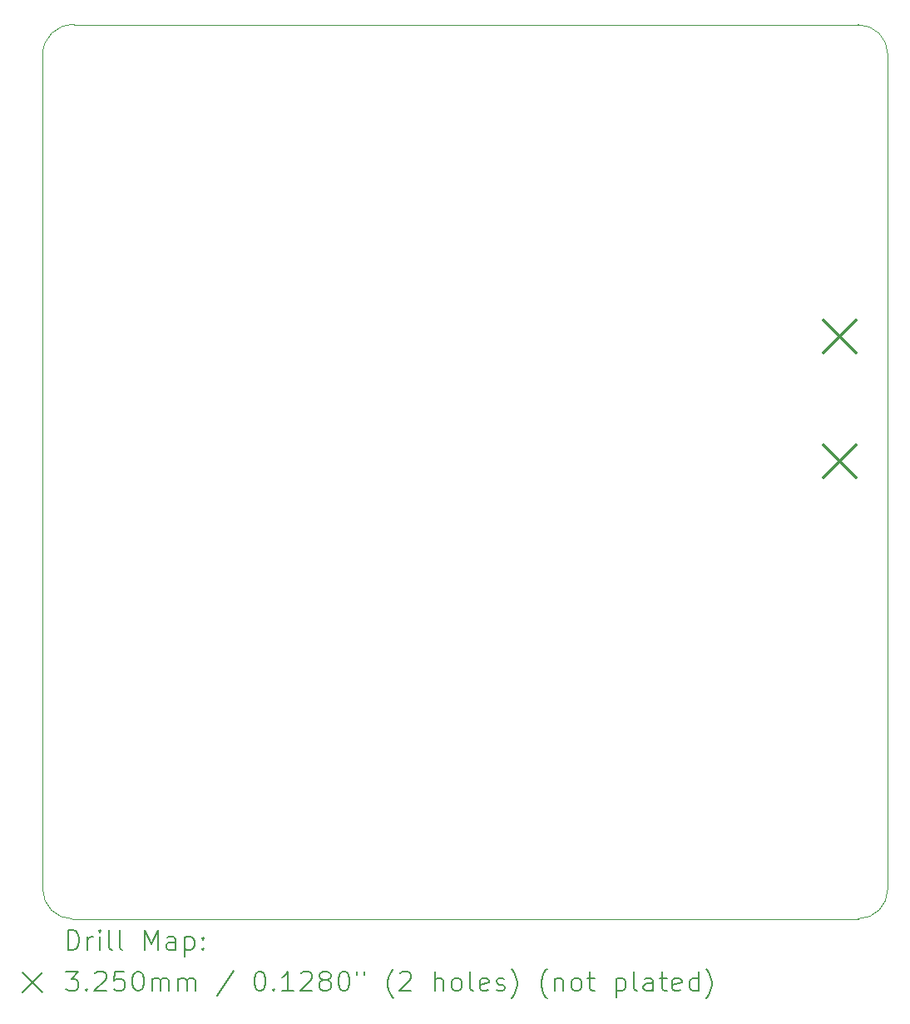
<source format=gbr>
%TF.GenerationSoftware,KiCad,Pcbnew,7.0.8*%
%TF.CreationDate,2023-11-27T13:49:09+01:00*%
%TF.ProjectId,ESP32-POE-Wiegand-Relay-REV-A,45535033-322d-4504-9f45-2d5769656761,rev?*%
%TF.SameCoordinates,Original*%
%TF.FileFunction,Drillmap*%
%TF.FilePolarity,Positive*%
%FSLAX45Y45*%
G04 Gerber Fmt 4.5, Leading zero omitted, Abs format (unit mm)*
G04 Created by KiCad (PCBNEW 7.0.8) date 2023-11-27 13:49:09*
%MOMM*%
%LPD*%
G01*
G04 APERTURE LIST*
%ADD10C,0.100000*%
%ADD11C,0.200000*%
%ADD12C,0.325000*%
G04 APERTURE END LIST*
D10*
X18220652Y-2100545D02*
X26200000Y-2100000D01*
X17900000Y-10900000D02*
X17900000Y-2410000D01*
X26200000Y-11200000D02*
X18200000Y-11200000D01*
X26500000Y-2400000D02*
X26500000Y-10900000D01*
X26500000Y-2400000D02*
G75*
G03*
X26200000Y-2100000I-300000J0D01*
G01*
X26200000Y-11200000D02*
G75*
G03*
X26500000Y-10900000I0J300000D01*
G01*
X17900000Y-10900000D02*
G75*
G03*
X18200000Y-11200000I300000J0D01*
G01*
X18220652Y-2100545D02*
G75*
G03*
X17900000Y-2410000I-20652J-299455D01*
G01*
D11*
D12*
X25847500Y-5111500D02*
X26172500Y-5436500D01*
X26172500Y-5111500D02*
X25847500Y-5436500D01*
X25847500Y-6381500D02*
X26172500Y-6706500D01*
X26172500Y-6381500D02*
X25847500Y-6706500D01*
D11*
X18155610Y-11516484D02*
X18155610Y-11316484D01*
X18155610Y-11316484D02*
X18203229Y-11316484D01*
X18203229Y-11316484D02*
X18231801Y-11326008D01*
X18231801Y-11326008D02*
X18250848Y-11345055D01*
X18250848Y-11345055D02*
X18260372Y-11364103D01*
X18260372Y-11364103D02*
X18269896Y-11402198D01*
X18269896Y-11402198D02*
X18269896Y-11430769D01*
X18269896Y-11430769D02*
X18260372Y-11468865D01*
X18260372Y-11468865D02*
X18250848Y-11487912D01*
X18250848Y-11487912D02*
X18231801Y-11506960D01*
X18231801Y-11506960D02*
X18203229Y-11516484D01*
X18203229Y-11516484D02*
X18155610Y-11516484D01*
X18355610Y-11516484D02*
X18355610Y-11383150D01*
X18355610Y-11421246D02*
X18365134Y-11402198D01*
X18365134Y-11402198D02*
X18374658Y-11392674D01*
X18374658Y-11392674D02*
X18393705Y-11383150D01*
X18393705Y-11383150D02*
X18412753Y-11383150D01*
X18479420Y-11516484D02*
X18479420Y-11383150D01*
X18479420Y-11316484D02*
X18469896Y-11326008D01*
X18469896Y-11326008D02*
X18479420Y-11335531D01*
X18479420Y-11335531D02*
X18488944Y-11326008D01*
X18488944Y-11326008D02*
X18479420Y-11316484D01*
X18479420Y-11316484D02*
X18479420Y-11335531D01*
X18603229Y-11516484D02*
X18584182Y-11506960D01*
X18584182Y-11506960D02*
X18574658Y-11487912D01*
X18574658Y-11487912D02*
X18574658Y-11316484D01*
X18707991Y-11516484D02*
X18688944Y-11506960D01*
X18688944Y-11506960D02*
X18679420Y-11487912D01*
X18679420Y-11487912D02*
X18679420Y-11316484D01*
X18936563Y-11516484D02*
X18936563Y-11316484D01*
X18936563Y-11316484D02*
X19003229Y-11459341D01*
X19003229Y-11459341D02*
X19069896Y-11316484D01*
X19069896Y-11316484D02*
X19069896Y-11516484D01*
X19250848Y-11516484D02*
X19250848Y-11411722D01*
X19250848Y-11411722D02*
X19241325Y-11392674D01*
X19241325Y-11392674D02*
X19222277Y-11383150D01*
X19222277Y-11383150D02*
X19184182Y-11383150D01*
X19184182Y-11383150D02*
X19165134Y-11392674D01*
X19250848Y-11506960D02*
X19231801Y-11516484D01*
X19231801Y-11516484D02*
X19184182Y-11516484D01*
X19184182Y-11516484D02*
X19165134Y-11506960D01*
X19165134Y-11506960D02*
X19155610Y-11487912D01*
X19155610Y-11487912D02*
X19155610Y-11468865D01*
X19155610Y-11468865D02*
X19165134Y-11449817D01*
X19165134Y-11449817D02*
X19184182Y-11440293D01*
X19184182Y-11440293D02*
X19231801Y-11440293D01*
X19231801Y-11440293D02*
X19250848Y-11430769D01*
X19346086Y-11383150D02*
X19346086Y-11583150D01*
X19346086Y-11392674D02*
X19365134Y-11383150D01*
X19365134Y-11383150D02*
X19403229Y-11383150D01*
X19403229Y-11383150D02*
X19422277Y-11392674D01*
X19422277Y-11392674D02*
X19431801Y-11402198D01*
X19431801Y-11402198D02*
X19441325Y-11421246D01*
X19441325Y-11421246D02*
X19441325Y-11478388D01*
X19441325Y-11478388D02*
X19431801Y-11497436D01*
X19431801Y-11497436D02*
X19422277Y-11506960D01*
X19422277Y-11506960D02*
X19403229Y-11516484D01*
X19403229Y-11516484D02*
X19365134Y-11516484D01*
X19365134Y-11516484D02*
X19346086Y-11506960D01*
X19527039Y-11497436D02*
X19536563Y-11506960D01*
X19536563Y-11506960D02*
X19527039Y-11516484D01*
X19527039Y-11516484D02*
X19517515Y-11506960D01*
X19517515Y-11506960D02*
X19527039Y-11497436D01*
X19527039Y-11497436D02*
X19527039Y-11516484D01*
X19527039Y-11392674D02*
X19536563Y-11402198D01*
X19536563Y-11402198D02*
X19527039Y-11411722D01*
X19527039Y-11411722D02*
X19517515Y-11402198D01*
X19517515Y-11402198D02*
X19527039Y-11392674D01*
X19527039Y-11392674D02*
X19527039Y-11411722D01*
X17694833Y-11745000D02*
X17894833Y-11945000D01*
X17894833Y-11745000D02*
X17694833Y-11945000D01*
X18136563Y-11736484D02*
X18260372Y-11736484D01*
X18260372Y-11736484D02*
X18193705Y-11812674D01*
X18193705Y-11812674D02*
X18222277Y-11812674D01*
X18222277Y-11812674D02*
X18241325Y-11822198D01*
X18241325Y-11822198D02*
X18250848Y-11831722D01*
X18250848Y-11831722D02*
X18260372Y-11850769D01*
X18260372Y-11850769D02*
X18260372Y-11898388D01*
X18260372Y-11898388D02*
X18250848Y-11917436D01*
X18250848Y-11917436D02*
X18241325Y-11926960D01*
X18241325Y-11926960D02*
X18222277Y-11936484D01*
X18222277Y-11936484D02*
X18165134Y-11936484D01*
X18165134Y-11936484D02*
X18146086Y-11926960D01*
X18146086Y-11926960D02*
X18136563Y-11917436D01*
X18346086Y-11917436D02*
X18355610Y-11926960D01*
X18355610Y-11926960D02*
X18346086Y-11936484D01*
X18346086Y-11936484D02*
X18336563Y-11926960D01*
X18336563Y-11926960D02*
X18346086Y-11917436D01*
X18346086Y-11917436D02*
X18346086Y-11936484D01*
X18431801Y-11755531D02*
X18441325Y-11746008D01*
X18441325Y-11746008D02*
X18460372Y-11736484D01*
X18460372Y-11736484D02*
X18507991Y-11736484D01*
X18507991Y-11736484D02*
X18527039Y-11746008D01*
X18527039Y-11746008D02*
X18536563Y-11755531D01*
X18536563Y-11755531D02*
X18546086Y-11774579D01*
X18546086Y-11774579D02*
X18546086Y-11793627D01*
X18546086Y-11793627D02*
X18536563Y-11822198D01*
X18536563Y-11822198D02*
X18422277Y-11936484D01*
X18422277Y-11936484D02*
X18546086Y-11936484D01*
X18727039Y-11736484D02*
X18631801Y-11736484D01*
X18631801Y-11736484D02*
X18622277Y-11831722D01*
X18622277Y-11831722D02*
X18631801Y-11822198D01*
X18631801Y-11822198D02*
X18650848Y-11812674D01*
X18650848Y-11812674D02*
X18698467Y-11812674D01*
X18698467Y-11812674D02*
X18717515Y-11822198D01*
X18717515Y-11822198D02*
X18727039Y-11831722D01*
X18727039Y-11831722D02*
X18736563Y-11850769D01*
X18736563Y-11850769D02*
X18736563Y-11898388D01*
X18736563Y-11898388D02*
X18727039Y-11917436D01*
X18727039Y-11917436D02*
X18717515Y-11926960D01*
X18717515Y-11926960D02*
X18698467Y-11936484D01*
X18698467Y-11936484D02*
X18650848Y-11936484D01*
X18650848Y-11936484D02*
X18631801Y-11926960D01*
X18631801Y-11926960D02*
X18622277Y-11917436D01*
X18860372Y-11736484D02*
X18879420Y-11736484D01*
X18879420Y-11736484D02*
X18898467Y-11746008D01*
X18898467Y-11746008D02*
X18907991Y-11755531D01*
X18907991Y-11755531D02*
X18917515Y-11774579D01*
X18917515Y-11774579D02*
X18927039Y-11812674D01*
X18927039Y-11812674D02*
X18927039Y-11860293D01*
X18927039Y-11860293D02*
X18917515Y-11898388D01*
X18917515Y-11898388D02*
X18907991Y-11917436D01*
X18907991Y-11917436D02*
X18898467Y-11926960D01*
X18898467Y-11926960D02*
X18879420Y-11936484D01*
X18879420Y-11936484D02*
X18860372Y-11936484D01*
X18860372Y-11936484D02*
X18841325Y-11926960D01*
X18841325Y-11926960D02*
X18831801Y-11917436D01*
X18831801Y-11917436D02*
X18822277Y-11898388D01*
X18822277Y-11898388D02*
X18812753Y-11860293D01*
X18812753Y-11860293D02*
X18812753Y-11812674D01*
X18812753Y-11812674D02*
X18822277Y-11774579D01*
X18822277Y-11774579D02*
X18831801Y-11755531D01*
X18831801Y-11755531D02*
X18841325Y-11746008D01*
X18841325Y-11746008D02*
X18860372Y-11736484D01*
X19012753Y-11936484D02*
X19012753Y-11803150D01*
X19012753Y-11822198D02*
X19022277Y-11812674D01*
X19022277Y-11812674D02*
X19041325Y-11803150D01*
X19041325Y-11803150D02*
X19069896Y-11803150D01*
X19069896Y-11803150D02*
X19088944Y-11812674D01*
X19088944Y-11812674D02*
X19098467Y-11831722D01*
X19098467Y-11831722D02*
X19098467Y-11936484D01*
X19098467Y-11831722D02*
X19107991Y-11812674D01*
X19107991Y-11812674D02*
X19127039Y-11803150D01*
X19127039Y-11803150D02*
X19155610Y-11803150D01*
X19155610Y-11803150D02*
X19174658Y-11812674D01*
X19174658Y-11812674D02*
X19184182Y-11831722D01*
X19184182Y-11831722D02*
X19184182Y-11936484D01*
X19279420Y-11936484D02*
X19279420Y-11803150D01*
X19279420Y-11822198D02*
X19288944Y-11812674D01*
X19288944Y-11812674D02*
X19307991Y-11803150D01*
X19307991Y-11803150D02*
X19336563Y-11803150D01*
X19336563Y-11803150D02*
X19355610Y-11812674D01*
X19355610Y-11812674D02*
X19365134Y-11831722D01*
X19365134Y-11831722D02*
X19365134Y-11936484D01*
X19365134Y-11831722D02*
X19374658Y-11812674D01*
X19374658Y-11812674D02*
X19393706Y-11803150D01*
X19393706Y-11803150D02*
X19422277Y-11803150D01*
X19422277Y-11803150D02*
X19441325Y-11812674D01*
X19441325Y-11812674D02*
X19450848Y-11831722D01*
X19450848Y-11831722D02*
X19450848Y-11936484D01*
X19841325Y-11726960D02*
X19669896Y-11984103D01*
X20098468Y-11736484D02*
X20117515Y-11736484D01*
X20117515Y-11736484D02*
X20136563Y-11746008D01*
X20136563Y-11746008D02*
X20146087Y-11755531D01*
X20146087Y-11755531D02*
X20155610Y-11774579D01*
X20155610Y-11774579D02*
X20165134Y-11812674D01*
X20165134Y-11812674D02*
X20165134Y-11860293D01*
X20165134Y-11860293D02*
X20155610Y-11898388D01*
X20155610Y-11898388D02*
X20146087Y-11917436D01*
X20146087Y-11917436D02*
X20136563Y-11926960D01*
X20136563Y-11926960D02*
X20117515Y-11936484D01*
X20117515Y-11936484D02*
X20098468Y-11936484D01*
X20098468Y-11936484D02*
X20079420Y-11926960D01*
X20079420Y-11926960D02*
X20069896Y-11917436D01*
X20069896Y-11917436D02*
X20060372Y-11898388D01*
X20060372Y-11898388D02*
X20050849Y-11860293D01*
X20050849Y-11860293D02*
X20050849Y-11812674D01*
X20050849Y-11812674D02*
X20060372Y-11774579D01*
X20060372Y-11774579D02*
X20069896Y-11755531D01*
X20069896Y-11755531D02*
X20079420Y-11746008D01*
X20079420Y-11746008D02*
X20098468Y-11736484D01*
X20250849Y-11917436D02*
X20260372Y-11926960D01*
X20260372Y-11926960D02*
X20250849Y-11936484D01*
X20250849Y-11936484D02*
X20241325Y-11926960D01*
X20241325Y-11926960D02*
X20250849Y-11917436D01*
X20250849Y-11917436D02*
X20250849Y-11936484D01*
X20450849Y-11936484D02*
X20336563Y-11936484D01*
X20393706Y-11936484D02*
X20393706Y-11736484D01*
X20393706Y-11736484D02*
X20374658Y-11765055D01*
X20374658Y-11765055D02*
X20355610Y-11784103D01*
X20355610Y-11784103D02*
X20336563Y-11793627D01*
X20527039Y-11755531D02*
X20536563Y-11746008D01*
X20536563Y-11746008D02*
X20555610Y-11736484D01*
X20555610Y-11736484D02*
X20603230Y-11736484D01*
X20603230Y-11736484D02*
X20622277Y-11746008D01*
X20622277Y-11746008D02*
X20631801Y-11755531D01*
X20631801Y-11755531D02*
X20641325Y-11774579D01*
X20641325Y-11774579D02*
X20641325Y-11793627D01*
X20641325Y-11793627D02*
X20631801Y-11822198D01*
X20631801Y-11822198D02*
X20517515Y-11936484D01*
X20517515Y-11936484D02*
X20641325Y-11936484D01*
X20755610Y-11822198D02*
X20736563Y-11812674D01*
X20736563Y-11812674D02*
X20727039Y-11803150D01*
X20727039Y-11803150D02*
X20717515Y-11784103D01*
X20717515Y-11784103D02*
X20717515Y-11774579D01*
X20717515Y-11774579D02*
X20727039Y-11755531D01*
X20727039Y-11755531D02*
X20736563Y-11746008D01*
X20736563Y-11746008D02*
X20755610Y-11736484D01*
X20755610Y-11736484D02*
X20793706Y-11736484D01*
X20793706Y-11736484D02*
X20812753Y-11746008D01*
X20812753Y-11746008D02*
X20822277Y-11755531D01*
X20822277Y-11755531D02*
X20831801Y-11774579D01*
X20831801Y-11774579D02*
X20831801Y-11784103D01*
X20831801Y-11784103D02*
X20822277Y-11803150D01*
X20822277Y-11803150D02*
X20812753Y-11812674D01*
X20812753Y-11812674D02*
X20793706Y-11822198D01*
X20793706Y-11822198D02*
X20755610Y-11822198D01*
X20755610Y-11822198D02*
X20736563Y-11831722D01*
X20736563Y-11831722D02*
X20727039Y-11841246D01*
X20727039Y-11841246D02*
X20717515Y-11860293D01*
X20717515Y-11860293D02*
X20717515Y-11898388D01*
X20717515Y-11898388D02*
X20727039Y-11917436D01*
X20727039Y-11917436D02*
X20736563Y-11926960D01*
X20736563Y-11926960D02*
X20755610Y-11936484D01*
X20755610Y-11936484D02*
X20793706Y-11936484D01*
X20793706Y-11936484D02*
X20812753Y-11926960D01*
X20812753Y-11926960D02*
X20822277Y-11917436D01*
X20822277Y-11917436D02*
X20831801Y-11898388D01*
X20831801Y-11898388D02*
X20831801Y-11860293D01*
X20831801Y-11860293D02*
X20822277Y-11841246D01*
X20822277Y-11841246D02*
X20812753Y-11831722D01*
X20812753Y-11831722D02*
X20793706Y-11822198D01*
X20955610Y-11736484D02*
X20974658Y-11736484D01*
X20974658Y-11736484D02*
X20993706Y-11746008D01*
X20993706Y-11746008D02*
X21003230Y-11755531D01*
X21003230Y-11755531D02*
X21012753Y-11774579D01*
X21012753Y-11774579D02*
X21022277Y-11812674D01*
X21022277Y-11812674D02*
X21022277Y-11860293D01*
X21022277Y-11860293D02*
X21012753Y-11898388D01*
X21012753Y-11898388D02*
X21003230Y-11917436D01*
X21003230Y-11917436D02*
X20993706Y-11926960D01*
X20993706Y-11926960D02*
X20974658Y-11936484D01*
X20974658Y-11936484D02*
X20955610Y-11936484D01*
X20955610Y-11936484D02*
X20936563Y-11926960D01*
X20936563Y-11926960D02*
X20927039Y-11917436D01*
X20927039Y-11917436D02*
X20917515Y-11898388D01*
X20917515Y-11898388D02*
X20907991Y-11860293D01*
X20907991Y-11860293D02*
X20907991Y-11812674D01*
X20907991Y-11812674D02*
X20917515Y-11774579D01*
X20917515Y-11774579D02*
X20927039Y-11755531D01*
X20927039Y-11755531D02*
X20936563Y-11746008D01*
X20936563Y-11746008D02*
X20955610Y-11736484D01*
X21098468Y-11736484D02*
X21098468Y-11774579D01*
X21174658Y-11736484D02*
X21174658Y-11774579D01*
X21469896Y-12012674D02*
X21460372Y-12003150D01*
X21460372Y-12003150D02*
X21441325Y-11974579D01*
X21441325Y-11974579D02*
X21431801Y-11955531D01*
X21431801Y-11955531D02*
X21422277Y-11926960D01*
X21422277Y-11926960D02*
X21412753Y-11879341D01*
X21412753Y-11879341D02*
X21412753Y-11841246D01*
X21412753Y-11841246D02*
X21422277Y-11793627D01*
X21422277Y-11793627D02*
X21431801Y-11765055D01*
X21431801Y-11765055D02*
X21441325Y-11746008D01*
X21441325Y-11746008D02*
X21460372Y-11717436D01*
X21460372Y-11717436D02*
X21469896Y-11707912D01*
X21536563Y-11755531D02*
X21546087Y-11746008D01*
X21546087Y-11746008D02*
X21565134Y-11736484D01*
X21565134Y-11736484D02*
X21612753Y-11736484D01*
X21612753Y-11736484D02*
X21631801Y-11746008D01*
X21631801Y-11746008D02*
X21641325Y-11755531D01*
X21641325Y-11755531D02*
X21650849Y-11774579D01*
X21650849Y-11774579D02*
X21650849Y-11793627D01*
X21650849Y-11793627D02*
X21641325Y-11822198D01*
X21641325Y-11822198D02*
X21527039Y-11936484D01*
X21527039Y-11936484D02*
X21650849Y-11936484D01*
X21888944Y-11936484D02*
X21888944Y-11736484D01*
X21974658Y-11936484D02*
X21974658Y-11831722D01*
X21974658Y-11831722D02*
X21965134Y-11812674D01*
X21965134Y-11812674D02*
X21946087Y-11803150D01*
X21946087Y-11803150D02*
X21917515Y-11803150D01*
X21917515Y-11803150D02*
X21898468Y-11812674D01*
X21898468Y-11812674D02*
X21888944Y-11822198D01*
X22098468Y-11936484D02*
X22079420Y-11926960D01*
X22079420Y-11926960D02*
X22069896Y-11917436D01*
X22069896Y-11917436D02*
X22060373Y-11898388D01*
X22060373Y-11898388D02*
X22060373Y-11841246D01*
X22060373Y-11841246D02*
X22069896Y-11822198D01*
X22069896Y-11822198D02*
X22079420Y-11812674D01*
X22079420Y-11812674D02*
X22098468Y-11803150D01*
X22098468Y-11803150D02*
X22127039Y-11803150D01*
X22127039Y-11803150D02*
X22146087Y-11812674D01*
X22146087Y-11812674D02*
X22155611Y-11822198D01*
X22155611Y-11822198D02*
X22165134Y-11841246D01*
X22165134Y-11841246D02*
X22165134Y-11898388D01*
X22165134Y-11898388D02*
X22155611Y-11917436D01*
X22155611Y-11917436D02*
X22146087Y-11926960D01*
X22146087Y-11926960D02*
X22127039Y-11936484D01*
X22127039Y-11936484D02*
X22098468Y-11936484D01*
X22279420Y-11936484D02*
X22260373Y-11926960D01*
X22260373Y-11926960D02*
X22250849Y-11907912D01*
X22250849Y-11907912D02*
X22250849Y-11736484D01*
X22431801Y-11926960D02*
X22412753Y-11936484D01*
X22412753Y-11936484D02*
X22374658Y-11936484D01*
X22374658Y-11936484D02*
X22355611Y-11926960D01*
X22355611Y-11926960D02*
X22346087Y-11907912D01*
X22346087Y-11907912D02*
X22346087Y-11831722D01*
X22346087Y-11831722D02*
X22355611Y-11812674D01*
X22355611Y-11812674D02*
X22374658Y-11803150D01*
X22374658Y-11803150D02*
X22412753Y-11803150D01*
X22412753Y-11803150D02*
X22431801Y-11812674D01*
X22431801Y-11812674D02*
X22441325Y-11831722D01*
X22441325Y-11831722D02*
X22441325Y-11850769D01*
X22441325Y-11850769D02*
X22346087Y-11869817D01*
X22517515Y-11926960D02*
X22536563Y-11936484D01*
X22536563Y-11936484D02*
X22574658Y-11936484D01*
X22574658Y-11936484D02*
X22593706Y-11926960D01*
X22593706Y-11926960D02*
X22603230Y-11907912D01*
X22603230Y-11907912D02*
X22603230Y-11898388D01*
X22603230Y-11898388D02*
X22593706Y-11879341D01*
X22593706Y-11879341D02*
X22574658Y-11869817D01*
X22574658Y-11869817D02*
X22546087Y-11869817D01*
X22546087Y-11869817D02*
X22527039Y-11860293D01*
X22527039Y-11860293D02*
X22517515Y-11841246D01*
X22517515Y-11841246D02*
X22517515Y-11831722D01*
X22517515Y-11831722D02*
X22527039Y-11812674D01*
X22527039Y-11812674D02*
X22546087Y-11803150D01*
X22546087Y-11803150D02*
X22574658Y-11803150D01*
X22574658Y-11803150D02*
X22593706Y-11812674D01*
X22669896Y-12012674D02*
X22679420Y-12003150D01*
X22679420Y-12003150D02*
X22698468Y-11974579D01*
X22698468Y-11974579D02*
X22707992Y-11955531D01*
X22707992Y-11955531D02*
X22717515Y-11926960D01*
X22717515Y-11926960D02*
X22727039Y-11879341D01*
X22727039Y-11879341D02*
X22727039Y-11841246D01*
X22727039Y-11841246D02*
X22717515Y-11793627D01*
X22717515Y-11793627D02*
X22707992Y-11765055D01*
X22707992Y-11765055D02*
X22698468Y-11746008D01*
X22698468Y-11746008D02*
X22679420Y-11717436D01*
X22679420Y-11717436D02*
X22669896Y-11707912D01*
X23031801Y-12012674D02*
X23022277Y-12003150D01*
X23022277Y-12003150D02*
X23003230Y-11974579D01*
X23003230Y-11974579D02*
X22993706Y-11955531D01*
X22993706Y-11955531D02*
X22984182Y-11926960D01*
X22984182Y-11926960D02*
X22974658Y-11879341D01*
X22974658Y-11879341D02*
X22974658Y-11841246D01*
X22974658Y-11841246D02*
X22984182Y-11793627D01*
X22984182Y-11793627D02*
X22993706Y-11765055D01*
X22993706Y-11765055D02*
X23003230Y-11746008D01*
X23003230Y-11746008D02*
X23022277Y-11717436D01*
X23022277Y-11717436D02*
X23031801Y-11707912D01*
X23107992Y-11803150D02*
X23107992Y-11936484D01*
X23107992Y-11822198D02*
X23117515Y-11812674D01*
X23117515Y-11812674D02*
X23136563Y-11803150D01*
X23136563Y-11803150D02*
X23165134Y-11803150D01*
X23165134Y-11803150D02*
X23184182Y-11812674D01*
X23184182Y-11812674D02*
X23193706Y-11831722D01*
X23193706Y-11831722D02*
X23193706Y-11936484D01*
X23317515Y-11936484D02*
X23298468Y-11926960D01*
X23298468Y-11926960D02*
X23288944Y-11917436D01*
X23288944Y-11917436D02*
X23279420Y-11898388D01*
X23279420Y-11898388D02*
X23279420Y-11841246D01*
X23279420Y-11841246D02*
X23288944Y-11822198D01*
X23288944Y-11822198D02*
X23298468Y-11812674D01*
X23298468Y-11812674D02*
X23317515Y-11803150D01*
X23317515Y-11803150D02*
X23346087Y-11803150D01*
X23346087Y-11803150D02*
X23365134Y-11812674D01*
X23365134Y-11812674D02*
X23374658Y-11822198D01*
X23374658Y-11822198D02*
X23384182Y-11841246D01*
X23384182Y-11841246D02*
X23384182Y-11898388D01*
X23384182Y-11898388D02*
X23374658Y-11917436D01*
X23374658Y-11917436D02*
X23365134Y-11926960D01*
X23365134Y-11926960D02*
X23346087Y-11936484D01*
X23346087Y-11936484D02*
X23317515Y-11936484D01*
X23441325Y-11803150D02*
X23517515Y-11803150D01*
X23469896Y-11736484D02*
X23469896Y-11907912D01*
X23469896Y-11907912D02*
X23479420Y-11926960D01*
X23479420Y-11926960D02*
X23498468Y-11936484D01*
X23498468Y-11936484D02*
X23517515Y-11936484D01*
X23736563Y-11803150D02*
X23736563Y-12003150D01*
X23736563Y-11812674D02*
X23755611Y-11803150D01*
X23755611Y-11803150D02*
X23793706Y-11803150D01*
X23793706Y-11803150D02*
X23812754Y-11812674D01*
X23812754Y-11812674D02*
X23822277Y-11822198D01*
X23822277Y-11822198D02*
X23831801Y-11841246D01*
X23831801Y-11841246D02*
X23831801Y-11898388D01*
X23831801Y-11898388D02*
X23822277Y-11917436D01*
X23822277Y-11917436D02*
X23812754Y-11926960D01*
X23812754Y-11926960D02*
X23793706Y-11936484D01*
X23793706Y-11936484D02*
X23755611Y-11936484D01*
X23755611Y-11936484D02*
X23736563Y-11926960D01*
X23946087Y-11936484D02*
X23927039Y-11926960D01*
X23927039Y-11926960D02*
X23917515Y-11907912D01*
X23917515Y-11907912D02*
X23917515Y-11736484D01*
X24107992Y-11936484D02*
X24107992Y-11831722D01*
X24107992Y-11831722D02*
X24098468Y-11812674D01*
X24098468Y-11812674D02*
X24079420Y-11803150D01*
X24079420Y-11803150D02*
X24041325Y-11803150D01*
X24041325Y-11803150D02*
X24022277Y-11812674D01*
X24107992Y-11926960D02*
X24088944Y-11936484D01*
X24088944Y-11936484D02*
X24041325Y-11936484D01*
X24041325Y-11936484D02*
X24022277Y-11926960D01*
X24022277Y-11926960D02*
X24012754Y-11907912D01*
X24012754Y-11907912D02*
X24012754Y-11888865D01*
X24012754Y-11888865D02*
X24022277Y-11869817D01*
X24022277Y-11869817D02*
X24041325Y-11860293D01*
X24041325Y-11860293D02*
X24088944Y-11860293D01*
X24088944Y-11860293D02*
X24107992Y-11850769D01*
X24174658Y-11803150D02*
X24250849Y-11803150D01*
X24203230Y-11736484D02*
X24203230Y-11907912D01*
X24203230Y-11907912D02*
X24212754Y-11926960D01*
X24212754Y-11926960D02*
X24231801Y-11936484D01*
X24231801Y-11936484D02*
X24250849Y-11936484D01*
X24393706Y-11926960D02*
X24374658Y-11936484D01*
X24374658Y-11936484D02*
X24336563Y-11936484D01*
X24336563Y-11936484D02*
X24317515Y-11926960D01*
X24317515Y-11926960D02*
X24307992Y-11907912D01*
X24307992Y-11907912D02*
X24307992Y-11831722D01*
X24307992Y-11831722D02*
X24317515Y-11812674D01*
X24317515Y-11812674D02*
X24336563Y-11803150D01*
X24336563Y-11803150D02*
X24374658Y-11803150D01*
X24374658Y-11803150D02*
X24393706Y-11812674D01*
X24393706Y-11812674D02*
X24403230Y-11831722D01*
X24403230Y-11831722D02*
X24403230Y-11850769D01*
X24403230Y-11850769D02*
X24307992Y-11869817D01*
X24574658Y-11936484D02*
X24574658Y-11736484D01*
X24574658Y-11926960D02*
X24555611Y-11936484D01*
X24555611Y-11936484D02*
X24517515Y-11936484D01*
X24517515Y-11936484D02*
X24498468Y-11926960D01*
X24498468Y-11926960D02*
X24488944Y-11917436D01*
X24488944Y-11917436D02*
X24479420Y-11898388D01*
X24479420Y-11898388D02*
X24479420Y-11841246D01*
X24479420Y-11841246D02*
X24488944Y-11822198D01*
X24488944Y-11822198D02*
X24498468Y-11812674D01*
X24498468Y-11812674D02*
X24517515Y-11803150D01*
X24517515Y-11803150D02*
X24555611Y-11803150D01*
X24555611Y-11803150D02*
X24574658Y-11812674D01*
X24650849Y-12012674D02*
X24660373Y-12003150D01*
X24660373Y-12003150D02*
X24679420Y-11974579D01*
X24679420Y-11974579D02*
X24688944Y-11955531D01*
X24688944Y-11955531D02*
X24698468Y-11926960D01*
X24698468Y-11926960D02*
X24707992Y-11879341D01*
X24707992Y-11879341D02*
X24707992Y-11841246D01*
X24707992Y-11841246D02*
X24698468Y-11793627D01*
X24698468Y-11793627D02*
X24688944Y-11765055D01*
X24688944Y-11765055D02*
X24679420Y-11746008D01*
X24679420Y-11746008D02*
X24660373Y-11717436D01*
X24660373Y-11717436D02*
X24650849Y-11707912D01*
M02*

</source>
